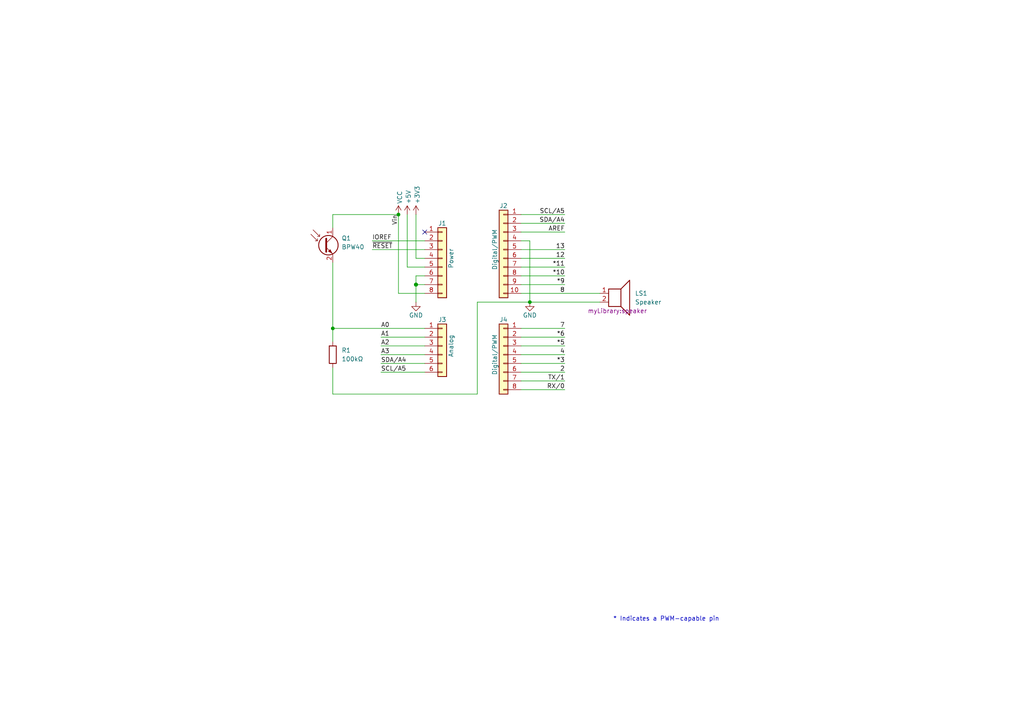
<source format=kicad_sch>
(kicad_sch
	(version 20231120)
	(generator "eeschema")
	(generator_version "8.0")
	(uuid "e63e39d7-6ac0-4ffd-8aa3-1841a4541b55")
	(paper "A4")
	(title_block
		(date "mar. 31 mars 2015")
	)
	(lib_symbols
		(symbol "Connector_Generic:Conn_01x06"
			(pin_names
				(offset 1.016) hide)
			(exclude_from_sim no)
			(in_bom yes)
			(on_board yes)
			(property "Reference" "J"
				(at 0 7.62 0)
				(effects
					(font
						(size 1.27 1.27)
					)
				)
			)
			(property "Value" "Conn_01x06"
				(at 0 -10.16 0)
				(effects
					(font
						(size 1.27 1.27)
					)
				)
			)
			(property "Footprint" ""
				(at 0 0 0)
				(effects
					(font
						(size 1.27 1.27)
					)
					(hide yes)
				)
			)
			(property "Datasheet" "~"
				(at 0 0 0)
				(effects
					(font
						(size 1.27 1.27)
					)
					(hide yes)
				)
			)
			(property "Description" "Generic connector, single row, 01x06, script generated (kicad-library-utils/schlib/autogen/connector/)"
				(at 0 0 0)
				(effects
					(font
						(size 1.27 1.27)
					)
					(hide yes)
				)
			)
			(property "ki_keywords" "connector"
				(at 0 0 0)
				(effects
					(font
						(size 1.27 1.27)
					)
					(hide yes)
				)
			)
			(property "ki_fp_filters" "Connector*:*_1x??_*"
				(at 0 0 0)
				(effects
					(font
						(size 1.27 1.27)
					)
					(hide yes)
				)
			)
			(symbol "Conn_01x06_1_1"
				(rectangle
					(start -1.27 -7.493)
					(end 0 -7.747)
					(stroke
						(width 0.1524)
						(type default)
					)
					(fill
						(type none)
					)
				)
				(rectangle
					(start -1.27 -4.953)
					(end 0 -5.207)
					(stroke
						(width 0.1524)
						(type default)
					)
					(fill
						(type none)
					)
				)
				(rectangle
					(start -1.27 -2.413)
					(end 0 -2.667)
					(stroke
						(width 0.1524)
						(type default)
					)
					(fill
						(type none)
					)
				)
				(rectangle
					(start -1.27 0.127)
					(end 0 -0.127)
					(stroke
						(width 0.1524)
						(type default)
					)
					(fill
						(type none)
					)
				)
				(rectangle
					(start -1.27 2.667)
					(end 0 2.413)
					(stroke
						(width 0.1524)
						(type default)
					)
					(fill
						(type none)
					)
				)
				(rectangle
					(start -1.27 5.207)
					(end 0 4.953)
					(stroke
						(width 0.1524)
						(type default)
					)
					(fill
						(type none)
					)
				)
				(rectangle
					(start -1.27 6.35)
					(end 1.27 -8.89)
					(stroke
						(width 0.254)
						(type default)
					)
					(fill
						(type background)
					)
				)
				(pin passive line
					(at -5.08 5.08 0)
					(length 3.81)
					(name "Pin_1"
						(effects
							(font
								(size 1.27 1.27)
							)
						)
					)
					(number "1"
						(effects
							(font
								(size 1.27 1.27)
							)
						)
					)
				)
				(pin passive line
					(at -5.08 2.54 0)
					(length 3.81)
					(name "Pin_2"
						(effects
							(font
								(size 1.27 1.27)
							)
						)
					)
					(number "2"
						(effects
							(font
								(size 1.27 1.27)
							)
						)
					)
				)
				(pin passive line
					(at -5.08 0 0)
					(length 3.81)
					(name "Pin_3"
						(effects
							(font
								(size 1.27 1.27)
							)
						)
					)
					(number "3"
						(effects
							(font
								(size 1.27 1.27)
							)
						)
					)
				)
				(pin passive line
					(at -5.08 -2.54 0)
					(length 3.81)
					(name "Pin_4"
						(effects
							(font
								(size 1.27 1.27)
							)
						)
					)
					(number "4"
						(effects
							(font
								(size 1.27 1.27)
							)
						)
					)
				)
				(pin passive line
					(at -5.08 -5.08 0)
					(length 3.81)
					(name "Pin_5"
						(effects
							(font
								(size 1.27 1.27)
							)
						)
					)
					(number "5"
						(effects
							(font
								(size 1.27 1.27)
							)
						)
					)
				)
				(pin passive line
					(at -5.08 -7.62 0)
					(length 3.81)
					(name "Pin_6"
						(effects
							(font
								(size 1.27 1.27)
							)
						)
					)
					(number "6"
						(effects
							(font
								(size 1.27 1.27)
							)
						)
					)
				)
			)
		)
		(symbol "Connector_Generic:Conn_01x08"
			(pin_names
				(offset 1.016) hide)
			(exclude_from_sim no)
			(in_bom yes)
			(on_board yes)
			(property "Reference" "J"
				(at 0 10.16 0)
				(effects
					(font
						(size 1.27 1.27)
					)
				)
			)
			(property "Value" "Conn_01x08"
				(at 0 -12.7 0)
				(effects
					(font
						(size 1.27 1.27)
					)
				)
			)
			(property "Footprint" ""
				(at 0 0 0)
				(effects
					(font
						(size 1.27 1.27)
					)
					(hide yes)
				)
			)
			(property "Datasheet" "~"
				(at 0 0 0)
				(effects
					(font
						(size 1.27 1.27)
					)
					(hide yes)
				)
			)
			(property "Description" "Generic connector, single row, 01x08, script generated (kicad-library-utils/schlib/autogen/connector/)"
				(at 0 0 0)
				(effects
					(font
						(size 1.27 1.27)
					)
					(hide yes)
				)
			)
			(property "ki_keywords" "connector"
				(at 0 0 0)
				(effects
					(font
						(size 1.27 1.27)
					)
					(hide yes)
				)
			)
			(property "ki_fp_filters" "Connector*:*_1x??_*"
				(at 0 0 0)
				(effects
					(font
						(size 1.27 1.27)
					)
					(hide yes)
				)
			)
			(symbol "Conn_01x08_1_1"
				(rectangle
					(start -1.27 -10.033)
					(end 0 -10.287)
					(stroke
						(width 0.1524)
						(type default)
					)
					(fill
						(type none)
					)
				)
				(rectangle
					(start -1.27 -7.493)
					(end 0 -7.747)
					(stroke
						(width 0.1524)
						(type default)
					)
					(fill
						(type none)
					)
				)
				(rectangle
					(start -1.27 -4.953)
					(end 0 -5.207)
					(stroke
						(width 0.1524)
						(type default)
					)
					(fill
						(type none)
					)
				)
				(rectangle
					(start -1.27 -2.413)
					(end 0 -2.667)
					(stroke
						(width 0.1524)
						(type default)
					)
					(fill
						(type none)
					)
				)
				(rectangle
					(start -1.27 0.127)
					(end 0 -0.127)
					(stroke
						(width 0.1524)
						(type default)
					)
					(fill
						(type none)
					)
				)
				(rectangle
					(start -1.27 2.667)
					(end 0 2.413)
					(stroke
						(width 0.1524)
						(type default)
					)
					(fill
						(type none)
					)
				)
				(rectangle
					(start -1.27 5.207)
					(end 0 4.953)
					(stroke
						(width 0.1524)
						(type default)
					)
					(fill
						(type none)
					)
				)
				(rectangle
					(start -1.27 7.747)
					(end 0 7.493)
					(stroke
						(width 0.1524)
						(type default)
					)
					(fill
						(type none)
					)
				)
				(rectangle
					(start -1.27 8.89)
					(end 1.27 -11.43)
					(stroke
						(width 0.254)
						(type default)
					)
					(fill
						(type background)
					)
				)
				(pin passive line
					(at -5.08 7.62 0)
					(length 3.81)
					(name "Pin_1"
						(effects
							(font
								(size 1.27 1.27)
							)
						)
					)
					(number "1"
						(effects
							(font
								(size 1.27 1.27)
							)
						)
					)
				)
				(pin passive line
					(at -5.08 5.08 0)
					(length 3.81)
					(name "Pin_2"
						(effects
							(font
								(size 1.27 1.27)
							)
						)
					)
					(number "2"
						(effects
							(font
								(size 1.27 1.27)
							)
						)
					)
				)
				(pin passive line
					(at -5.08 2.54 0)
					(length 3.81)
					(name "Pin_3"
						(effects
							(font
								(size 1.27 1.27)
							)
						)
					)
					(number "3"
						(effects
							(font
								(size 1.27 1.27)
							)
						)
					)
				)
				(pin passive line
					(at -5.08 0 0)
					(length 3.81)
					(name "Pin_4"
						(effects
							(font
								(size 1.27 1.27)
							)
						)
					)
					(number "4"
						(effects
							(font
								(size 1.27 1.27)
							)
						)
					)
				)
				(pin passive line
					(at -5.08 -2.54 0)
					(length 3.81)
					(name "Pin_5"
						(effects
							(font
								(size 1.27 1.27)
							)
						)
					)
					(number "5"
						(effects
							(font
								(size 1.27 1.27)
							)
						)
					)
				)
				(pin passive line
					(at -5.08 -5.08 0)
					(length 3.81)
					(name "Pin_6"
						(effects
							(font
								(size 1.27 1.27)
							)
						)
					)
					(number "6"
						(effects
							(font
								(size 1.27 1.27)
							)
						)
					)
				)
				(pin passive line
					(at -5.08 -7.62 0)
					(length 3.81)
					(name "Pin_7"
						(effects
							(font
								(size 1.27 1.27)
							)
						)
					)
					(number "7"
						(effects
							(font
								(size 1.27 1.27)
							)
						)
					)
				)
				(pin passive line
					(at -5.08 -10.16 0)
					(length 3.81)
					(name "Pin_8"
						(effects
							(font
								(size 1.27 1.27)
							)
						)
					)
					(number "8"
						(effects
							(font
								(size 1.27 1.27)
							)
						)
					)
				)
			)
		)
		(symbol "Connector_Generic:Conn_01x10"
			(pin_names
				(offset 1.016) hide)
			(exclude_from_sim no)
			(in_bom yes)
			(on_board yes)
			(property "Reference" "J"
				(at 0 12.7 0)
				(effects
					(font
						(size 1.27 1.27)
					)
				)
			)
			(property "Value" "Conn_01x10"
				(at 0 -15.24 0)
				(effects
					(font
						(size 1.27 1.27)
					)
				)
			)
			(property "Footprint" ""
				(at 0 0 0)
				(effects
					(font
						(size 1.27 1.27)
					)
					(hide yes)
				)
			)
			(property "Datasheet" "~"
				(at 0 0 0)
				(effects
					(font
						(size 1.27 1.27)
					)
					(hide yes)
				)
			)
			(property "Description" "Generic connector, single row, 01x10, script generated (kicad-library-utils/schlib/autogen/connector/)"
				(at 0 0 0)
				(effects
					(font
						(size 1.27 1.27)
					)
					(hide yes)
				)
			)
			(property "ki_keywords" "connector"
				(at 0 0 0)
				(effects
					(font
						(size 1.27 1.27)
					)
					(hide yes)
				)
			)
			(property "ki_fp_filters" "Connector*:*_1x??_*"
				(at 0 0 0)
				(effects
					(font
						(size 1.27 1.27)
					)
					(hide yes)
				)
			)
			(symbol "Conn_01x10_1_1"
				(rectangle
					(start -1.27 -12.573)
					(end 0 -12.827)
					(stroke
						(width 0.1524)
						(type default)
					)
					(fill
						(type none)
					)
				)
				(rectangle
					(start -1.27 -10.033)
					(end 0 -10.287)
					(stroke
						(width 0.1524)
						(type default)
					)
					(fill
						(type none)
					)
				)
				(rectangle
					(start -1.27 -7.493)
					(end 0 -7.747)
					(stroke
						(width 0.1524)
						(type default)
					)
					(fill
						(type none)
					)
				)
				(rectangle
					(start -1.27 -4.953)
					(end 0 -5.207)
					(stroke
						(width 0.1524)
						(type default)
					)
					(fill
						(type none)
					)
				)
				(rectangle
					(start -1.27 -2.413)
					(end 0 -2.667)
					(stroke
						(width 0.1524)
						(type default)
					)
					(fill
						(type none)
					)
				)
				(rectangle
					(start -1.27 0.127)
					(end 0 -0.127)
					(stroke
						(width 0.1524)
						(type default)
					)
					(fill
						(type none)
					)
				)
				(rectangle
					(start -1.27 2.667)
					(end 0 2.413)
					(stroke
						(width 0.1524)
						(type default)
					)
					(fill
						(type none)
					)
				)
				(rectangle
					(start -1.27 5.207)
					(end 0 4.953)
					(stroke
						(width 0.1524)
						(type default)
					)
					(fill
						(type none)
					)
				)
				(rectangle
					(start -1.27 7.747)
					(end 0 7.493)
					(stroke
						(width 0.1524)
						(type default)
					)
					(fill
						(type none)
					)
				)
				(rectangle
					(start -1.27 10.287)
					(end 0 10.033)
					(stroke
						(width 0.1524)
						(type default)
					)
					(fill
						(type none)
					)
				)
				(rectangle
					(start -1.27 11.43)
					(end 1.27 -13.97)
					(stroke
						(width 0.254)
						(type default)
					)
					(fill
						(type background)
					)
				)
				(pin passive line
					(at -5.08 10.16 0)
					(length 3.81)
					(name "Pin_1"
						(effects
							(font
								(size 1.27 1.27)
							)
						)
					)
					(number "1"
						(effects
							(font
								(size 1.27 1.27)
							)
						)
					)
				)
				(pin passive line
					(at -5.08 -12.7 0)
					(length 3.81)
					(name "Pin_10"
						(effects
							(font
								(size 1.27 1.27)
							)
						)
					)
					(number "10"
						(effects
							(font
								(size 1.27 1.27)
							)
						)
					)
				)
				(pin passive line
					(at -5.08 7.62 0)
					(length 3.81)
					(name "Pin_2"
						(effects
							(font
								(size 1.27 1.27)
							)
						)
					)
					(number "2"
						(effects
							(font
								(size 1.27 1.27)
							)
						)
					)
				)
				(pin passive line
					(at -5.08 5.08 0)
					(length 3.81)
					(name "Pin_3"
						(effects
							(font
								(size 1.27 1.27)
							)
						)
					)
					(number "3"
						(effects
							(font
								(size 1.27 1.27)
							)
						)
					)
				)
				(pin passive line
					(at -5.08 2.54 0)
					(length 3.81)
					(name "Pin_4"
						(effects
							(font
								(size 1.27 1.27)
							)
						)
					)
					(number "4"
						(effects
							(font
								(size 1.27 1.27)
							)
						)
					)
				)
				(pin passive line
					(at -5.08 0 0)
					(length 3.81)
					(name "Pin_5"
						(effects
							(font
								(size 1.27 1.27)
							)
						)
					)
					(number "5"
						(effects
							(font
								(size 1.27 1.27)
							)
						)
					)
				)
				(pin passive line
					(at -5.08 -2.54 0)
					(length 3.81)
					(name "Pin_6"
						(effects
							(font
								(size 1.27 1.27)
							)
						)
					)
					(number "6"
						(effects
							(font
								(size 1.27 1.27)
							)
						)
					)
				)
				(pin passive line
					(at -5.08 -5.08 0)
					(length 3.81)
					(name "Pin_7"
						(effects
							(font
								(size 1.27 1.27)
							)
						)
					)
					(number "7"
						(effects
							(font
								(size 1.27 1.27)
							)
						)
					)
				)
				(pin passive line
					(at -5.08 -7.62 0)
					(length 3.81)
					(name "Pin_8"
						(effects
							(font
								(size 1.27 1.27)
							)
						)
					)
					(number "8"
						(effects
							(font
								(size 1.27 1.27)
							)
						)
					)
				)
				(pin passive line
					(at -5.08 -10.16 0)
					(length 3.81)
					(name "Pin_9"
						(effects
							(font
								(size 1.27 1.27)
							)
						)
					)
					(number "9"
						(effects
							(font
								(size 1.27 1.27)
							)
						)
					)
				)
			)
		)
		(symbol "Device:R"
			(pin_numbers hide)
			(pin_names
				(offset 0)
			)
			(exclude_from_sim no)
			(in_bom yes)
			(on_board yes)
			(property "Reference" "R"
				(at 2.032 0 90)
				(effects
					(font
						(size 1.27 1.27)
					)
				)
			)
			(property "Value" "R"
				(at 0 0 90)
				(effects
					(font
						(size 1.27 1.27)
					)
				)
			)
			(property "Footprint" ""
				(at -1.778 0 90)
				(effects
					(font
						(size 1.27 1.27)
					)
					(hide yes)
				)
			)
			(property "Datasheet" "~"
				(at 0 0 0)
				(effects
					(font
						(size 1.27 1.27)
					)
					(hide yes)
				)
			)
			(property "Description" "Resistor"
				(at 0 0 0)
				(effects
					(font
						(size 1.27 1.27)
					)
					(hide yes)
				)
			)
			(property "ki_keywords" "R res resistor"
				(at 0 0 0)
				(effects
					(font
						(size 1.27 1.27)
					)
					(hide yes)
				)
			)
			(property "ki_fp_filters" "R_*"
				(at 0 0 0)
				(effects
					(font
						(size 1.27 1.27)
					)
					(hide yes)
				)
			)
			(symbol "R_0_1"
				(rectangle
					(start -1.016 -2.54)
					(end 1.016 2.54)
					(stroke
						(width 0.254)
						(type default)
					)
					(fill
						(type none)
					)
				)
			)
			(symbol "R_1_1"
				(pin passive line
					(at 0 3.81 270)
					(length 1.27)
					(name "~"
						(effects
							(font
								(size 1.27 1.27)
							)
						)
					)
					(number "1"
						(effects
							(font
								(size 1.27 1.27)
							)
						)
					)
				)
				(pin passive line
					(at 0 -3.81 90)
					(length 1.27)
					(name "~"
						(effects
							(font
								(size 1.27 1.27)
							)
						)
					)
					(number "2"
						(effects
							(font
								(size 1.27 1.27)
							)
						)
					)
				)
			)
		)
		(symbol "Device:Speaker"
			(pin_names
				(offset 0) hide)
			(exclude_from_sim no)
			(in_bom yes)
			(on_board yes)
			(property "Reference" "LS"
				(at 1.27 5.715 0)
				(effects
					(font
						(size 1.27 1.27)
					)
					(justify right)
				)
			)
			(property "Value" "Speaker"
				(at 1.27 3.81 0)
				(effects
					(font
						(size 1.27 1.27)
					)
					(justify right)
				)
			)
			(property "Footprint" ""
				(at 0 -5.08 0)
				(effects
					(font
						(size 1.27 1.27)
					)
					(hide yes)
				)
			)
			(property "Datasheet" "~"
				(at -0.254 -1.27 0)
				(effects
					(font
						(size 1.27 1.27)
					)
					(hide yes)
				)
			)
			(property "Description" "Speaker"
				(at 0 0 0)
				(effects
					(font
						(size 1.27 1.27)
					)
					(hide yes)
				)
			)
			(property "ki_keywords" "speaker sound"
				(at 0 0 0)
				(effects
					(font
						(size 1.27 1.27)
					)
					(hide yes)
				)
			)
			(symbol "Speaker_0_0"
				(rectangle
					(start -2.54 1.27)
					(end 1.016 -3.81)
					(stroke
						(width 0.254)
						(type default)
					)
					(fill
						(type none)
					)
				)
				(polyline
					(pts
						(xy 1.016 1.27) (xy 3.556 3.81) (xy 3.556 -6.35) (xy 1.016 -3.81)
					)
					(stroke
						(width 0.254)
						(type default)
					)
					(fill
						(type none)
					)
				)
			)
			(symbol "Speaker_1_1"
				(pin input line
					(at -5.08 0 0)
					(length 2.54)
					(name "1"
						(effects
							(font
								(size 1.27 1.27)
							)
						)
					)
					(number "1"
						(effects
							(font
								(size 1.27 1.27)
							)
						)
					)
				)
				(pin input line
					(at -5.08 -2.54 0)
					(length 2.54)
					(name "2"
						(effects
							(font
								(size 1.27 1.27)
							)
						)
					)
					(number "2"
						(effects
							(font
								(size 1.27 1.27)
							)
						)
					)
				)
			)
		)
		(symbol "Sensor_Optical:BPW40"
			(pin_names
				(offset 0) hide)
			(exclude_from_sim no)
			(in_bom yes)
			(on_board yes)
			(property "Reference" "Q"
				(at 5.08 1.27 0)
				(effects
					(font
						(size 1.27 1.27)
					)
					(justify left)
				)
			)
			(property "Value" "BPW40"
				(at 5.08 -1.27 0)
				(effects
					(font
						(size 1.27 1.27)
					)
					(justify left)
				)
			)
			(property "Footprint" "LED_THT:LED_D5.0mm_Clear"
				(at 12.192 -3.556 0)
				(effects
					(font
						(size 1.27 1.27)
					)
					(hide yes)
				)
			)
			(property "Datasheet" "https://www.rcscomponents.kiev.ua/datasheets/bpw40.pdf"
				(at 0 0 0)
				(effects
					(font
						(size 1.27 1.27)
					)
					(hide yes)
				)
			)
			(property "Description" "Phototransistor NPN"
				(at 0 0 0)
				(effects
					(font
						(size 1.27 1.27)
					)
					(hide yes)
				)
			)
			(property "ki_keywords" "npn phototransistor"
				(at 0 0 0)
				(effects
					(font
						(size 1.27 1.27)
					)
					(hide yes)
				)
			)
			(property "ki_fp_filters" "LED*D5.0mm*Clear*"
				(at 0 0 0)
				(effects
					(font
						(size 1.27 1.27)
					)
					(hide yes)
				)
			)
			(symbol "BPW40_0_1"
				(polyline
					(pts
						(xy -1.905 1.27) (xy -2.54 1.27)
					)
					(stroke
						(width 0)
						(type default)
					)
					(fill
						(type none)
					)
				)
				(polyline
					(pts
						(xy -1.27 2.54) (xy -1.905 2.54)
					)
					(stroke
						(width 0)
						(type default)
					)
					(fill
						(type none)
					)
				)
				(polyline
					(pts
						(xy 0.635 0.635) (xy 2.54 2.54)
					)
					(stroke
						(width 0)
						(type default)
					)
					(fill
						(type none)
					)
				)
				(polyline
					(pts
						(xy -3.81 3.175) (xy -1.905 1.27) (xy -1.905 1.905)
					)
					(stroke
						(width 0)
						(type default)
					)
					(fill
						(type none)
					)
				)
				(polyline
					(pts
						(xy -3.175 4.445) (xy -1.27 2.54) (xy -1.27 3.175)
					)
					(stroke
						(width 0)
						(type default)
					)
					(fill
						(type none)
					)
				)
				(polyline
					(pts
						(xy 0.635 -0.635) (xy 2.54 -2.54) (xy 2.54 -2.54)
					)
					(stroke
						(width 0)
						(type default)
					)
					(fill
						(type none)
					)
				)
				(polyline
					(pts
						(xy 0.635 1.905) (xy 0.635 -1.905) (xy 0.635 -1.905)
					)
					(stroke
						(width 0.508)
						(type default)
					)
					(fill
						(type none)
					)
				)
				(polyline
					(pts
						(xy 1.27 -1.778) (xy 1.778 -1.27) (xy 2.286 -2.286) (xy 1.27 -1.778) (xy 1.27 -1.778)
					)
					(stroke
						(width 0)
						(type default)
					)
					(fill
						(type outline)
					)
				)
				(circle
					(center 1.27 0)
					(radius 2.8194)
					(stroke
						(width 0.254)
						(type default)
					)
					(fill
						(type none)
					)
				)
			)
			(symbol "BPW40_1_1"
				(pin passive line
					(at 2.54 5.08 270)
					(length 2.54)
					(name "C"
						(effects
							(font
								(size 1.27 1.27)
							)
						)
					)
					(number "1"
						(effects
							(font
								(size 1.27 1.27)
							)
						)
					)
				)
				(pin passive line
					(at 2.54 -5.08 90)
					(length 2.54)
					(name "E"
						(effects
							(font
								(size 1.27 1.27)
							)
						)
					)
					(number "2"
						(effects
							(font
								(size 1.27 1.27)
							)
						)
					)
				)
			)
		)
		(symbol "power:+3V3"
			(power)
			(pin_names
				(offset 0)
			)
			(exclude_from_sim no)
			(in_bom yes)
			(on_board yes)
			(property "Reference" "#PWR"
				(at 0 -3.81 0)
				(effects
					(font
						(size 1.27 1.27)
					)
					(hide yes)
				)
			)
			(property "Value" "+3V3"
				(at 0 3.556 0)
				(effects
					(font
						(size 1.27 1.27)
					)
				)
			)
			(property "Footprint" ""
				(at 0 0 0)
				(effects
					(font
						(size 1.27 1.27)
					)
					(hide yes)
				)
			)
			(property "Datasheet" ""
				(at 0 0 0)
				(effects
					(font
						(size 1.27 1.27)
					)
					(hide yes)
				)
			)
			(property "Description" "Power symbol creates a global label with name \"+3V3\""
				(at 0 0 0)
				(effects
					(font
						(size 1.27 1.27)
					)
					(hide yes)
				)
			)
			(property "ki_keywords" "power-flag"
				(at 0 0 0)
				(effects
					(font
						(size 1.27 1.27)
					)
					(hide yes)
				)
			)
			(symbol "+3V3_0_1"
				(polyline
					(pts
						(xy -0.762 1.27) (xy 0 2.54)
					)
					(stroke
						(width 0)
						(type default)
					)
					(fill
						(type none)
					)
				)
				(polyline
					(pts
						(xy 0 0) (xy 0 2.54)
					)
					(stroke
						(width 0)
						(type default)
					)
					(fill
						(type none)
					)
				)
				(polyline
					(pts
						(xy 0 2.54) (xy 0.762 1.27)
					)
					(stroke
						(width 0)
						(type default)
					)
					(fill
						(type none)
					)
				)
			)
			(symbol "+3V3_1_1"
				(pin power_in line
					(at 0 0 90)
					(length 0) hide
					(name "+3V3"
						(effects
							(font
								(size 1.27 1.27)
							)
						)
					)
					(number "1"
						(effects
							(font
								(size 1.27 1.27)
							)
						)
					)
				)
			)
		)
		(symbol "power:+5V"
			(power)
			(pin_names
				(offset 0)
			)
			(exclude_from_sim no)
			(in_bom yes)
			(on_board yes)
			(property "Reference" "#PWR"
				(at 0 -3.81 0)
				(effects
					(font
						(size 1.27 1.27)
					)
					(hide yes)
				)
			)
			(property "Value" "+5V"
				(at 0 3.556 0)
				(effects
					(font
						(size 1.27 1.27)
					)
				)
			)
			(property "Footprint" ""
				(at 0 0 0)
				(effects
					(font
						(size 1.27 1.27)
					)
					(hide yes)
				)
			)
			(property "Datasheet" ""
				(at 0 0 0)
				(effects
					(font
						(size 1.27 1.27)
					)
					(hide yes)
				)
			)
			(property "Description" "Power symbol creates a global label with name \"+5V\""
				(at 0 0 0)
				(effects
					(font
						(size 1.27 1.27)
					)
					(hide yes)
				)
			)
			(property "ki_keywords" "power-flag"
				(at 0 0 0)
				(effects
					(font
						(size 1.27 1.27)
					)
					(hide yes)
				)
			)
			(symbol "+5V_0_1"
				(polyline
					(pts
						(xy -0.762 1.27) (xy 0 2.54)
					)
					(stroke
						(width 0)
						(type default)
					)
					(fill
						(type none)
					)
				)
				(polyline
					(pts
						(xy 0 0) (xy 0 2.54)
					)
					(stroke
						(width 0)
						(type default)
					)
					(fill
						(type none)
					)
				)
				(polyline
					(pts
						(xy 0 2.54) (xy 0.762 1.27)
					)
					(stroke
						(width 0)
						(type default)
					)
					(fill
						(type none)
					)
				)
			)
			(symbol "+5V_1_1"
				(pin power_in line
					(at 0 0 90)
					(length 0) hide
					(name "+5V"
						(effects
							(font
								(size 1.27 1.27)
							)
						)
					)
					(number "1"
						(effects
							(font
								(size 1.27 1.27)
							)
						)
					)
				)
			)
		)
		(symbol "power:GND"
			(power)
			(pin_names
				(offset 0)
			)
			(exclude_from_sim no)
			(in_bom yes)
			(on_board yes)
			(property "Reference" "#PWR"
				(at 0 -6.35 0)
				(effects
					(font
						(size 1.27 1.27)
					)
					(hide yes)
				)
			)
			(property "Value" "GND"
				(at 0 -3.81 0)
				(effects
					(font
						(size 1.27 1.27)
					)
				)
			)
			(property "Footprint" ""
				(at 0 0 0)
				(effects
					(font
						(size 1.27 1.27)
					)
					(hide yes)
				)
			)
			(property "Datasheet" ""
				(at 0 0 0)
				(effects
					(font
						(size 1.27 1.27)
					)
					(hide yes)
				)
			)
			(property "Description" "Power symbol creates a global label with name \"GND\" , ground"
				(at 0 0 0)
				(effects
					(font
						(size 1.27 1.27)
					)
					(hide yes)
				)
			)
			(property "ki_keywords" "power-flag"
				(at 0 0 0)
				(effects
					(font
						(size 1.27 1.27)
					)
					(hide yes)
				)
			)
			(symbol "GND_0_1"
				(polyline
					(pts
						(xy 0 0) (xy 0 -1.27) (xy 1.27 -1.27) (xy 0 -2.54) (xy -1.27 -1.27) (xy 0 -1.27)
					)
					(stroke
						(width 0)
						(type default)
					)
					(fill
						(type none)
					)
				)
			)
			(symbol "GND_1_1"
				(pin power_in line
					(at 0 0 270)
					(length 0) hide
					(name "GND"
						(effects
							(font
								(size 1.27 1.27)
							)
						)
					)
					(number "1"
						(effects
							(font
								(size 1.27 1.27)
							)
						)
					)
				)
			)
		)
		(symbol "power:VCC"
			(power)
			(pin_names
				(offset 0)
			)
			(exclude_from_sim no)
			(in_bom yes)
			(on_board yes)
			(property "Reference" "#PWR"
				(at 0 -3.81 0)
				(effects
					(font
						(size 1.27 1.27)
					)
					(hide yes)
				)
			)
			(property "Value" "VCC"
				(at 0 3.81 0)
				(effects
					(font
						(size 1.27 1.27)
					)
				)
			)
			(property "Footprint" ""
				(at 0 0 0)
				(effects
					(font
						(size 1.27 1.27)
					)
					(hide yes)
				)
			)
			(property "Datasheet" ""
				(at 0 0 0)
				(effects
					(font
						(size 1.27 1.27)
					)
					(hide yes)
				)
			)
			(property "Description" "Power symbol creates a global label with name \"VCC\""
				(at 0 0 0)
				(effects
					(font
						(size 1.27 1.27)
					)
					(hide yes)
				)
			)
			(property "ki_keywords" "power-flag"
				(at 0 0 0)
				(effects
					(font
						(size 1.27 1.27)
					)
					(hide yes)
				)
			)
			(symbol "VCC_0_1"
				(polyline
					(pts
						(xy -0.762 1.27) (xy 0 2.54)
					)
					(stroke
						(width 0)
						(type default)
					)
					(fill
						(type none)
					)
				)
				(polyline
					(pts
						(xy 0 0) (xy 0 2.54)
					)
					(stroke
						(width 0)
						(type default)
					)
					(fill
						(type none)
					)
				)
				(polyline
					(pts
						(xy 0 2.54) (xy 0.762 1.27)
					)
					(stroke
						(width 0)
						(type default)
					)
					(fill
						(type none)
					)
				)
			)
			(symbol "VCC_1_1"
				(pin power_in line
					(at 0 0 90)
					(length 0) hide
					(name "VCC"
						(effects
							(font
								(size 1.27 1.27)
							)
						)
					)
					(number "1"
						(effects
							(font
								(size 1.27 1.27)
							)
						)
					)
				)
			)
		)
	)
	(junction
		(at 120.65 82.55)
		(diameter 1.016)
		(color 0 0 0 0)
		(uuid "3dcc657b-55a1-48e0-9667-e01e7b6b08b5")
	)
	(junction
		(at 153.67 87.63)
		(diameter 0)
		(color 0 0 0 0)
		(uuid "711e7999-f0da-4bf6-9c3c-e50789518c2b")
	)
	(junction
		(at 115.57 62.23)
		(diameter 0)
		(color 0 0 0 0)
		(uuid "a7d5d753-d425-4418-959e-5cff32e3bc36")
	)
	(junction
		(at 96.52 95.25)
		(diameter 0)
		(color 0 0 0 0)
		(uuid "c137970d-0262-4dbc-96ab-404868190360")
	)
	(no_connect
		(at 123.19 67.31)
		(uuid "d181157c-7812-47e5-a0cf-9580c905fc86")
	)
	(wire
		(pts
			(xy 151.13 113.03) (xy 163.83 113.03)
		)
		(stroke
			(width 0)
			(type solid)
		)
		(uuid "010ba307-2067-49d3-b0fa-6414143f3fc2")
	)
	(wire
		(pts
			(xy 151.13 80.01) (xy 163.83 80.01)
		)
		(stroke
			(width 0)
			(type solid)
		)
		(uuid "09480ba4-37da-45e3-b9fe-6beebf876349")
	)
	(wire
		(pts
			(xy 96.52 114.3) (xy 138.43 114.3)
		)
		(stroke
			(width 0)
			(type default)
		)
		(uuid "09922e73-5493-4565-893f-a9efed2c8384")
	)
	(wire
		(pts
			(xy 96.52 62.23) (xy 96.52 66.04)
		)
		(stroke
			(width 0)
			(type solid)
		)
		(uuid "0c75bf59-3675-4120-8c45-ba22deff9d4e")
	)
	(wire
		(pts
			(xy 151.13 62.23) (xy 163.83 62.23)
		)
		(stroke
			(width 0)
			(type solid)
		)
		(uuid "0f5d2189-4ead-42fa-8f7a-cfa3af4de132")
	)
	(wire
		(pts
			(xy 138.43 87.63) (xy 153.67 87.63)
		)
		(stroke
			(width 0)
			(type default)
		)
		(uuid "122aa0a2-91ab-4fce-8773-d4ef28bae2c4")
	)
	(wire
		(pts
			(xy 120.65 80.01) (xy 120.65 82.55)
		)
		(stroke
			(width 0)
			(type solid)
		)
		(uuid "1c31b835-925f-4a5c-92df-8f2558bb711b")
	)
	(wire
		(pts
			(xy 110.49 107.95) (xy 123.19 107.95)
		)
		(stroke
			(width 0)
			(type solid)
		)
		(uuid "20854542-d0b0-4be7-af02-0e5fceb34e01")
	)
	(wire
		(pts
			(xy 96.52 106.68) (xy 96.52 114.3)
		)
		(stroke
			(width 0)
			(type default)
		)
		(uuid "2925e296-b67f-4425-8d16-07c5a55e6d7f")
	)
	(wire
		(pts
			(xy 96.52 95.25) (xy 96.52 99.06)
		)
		(stroke
			(width 0)
			(type default)
		)
		(uuid "294fa506-51d8-45a2-8057-f1b572c85eba")
	)
	(wire
		(pts
			(xy 120.65 82.55) (xy 120.65 87.63)
		)
		(stroke
			(width 0)
			(type solid)
		)
		(uuid "2df788b2-ce68-49bc-a497-4b6570a17f30")
	)
	(wire
		(pts
			(xy 120.65 74.93) (xy 123.19 74.93)
		)
		(stroke
			(width 0)
			(type solid)
		)
		(uuid "3334b11d-5a13-40b4-a117-d693c543e4ab")
	)
	(wire
		(pts
			(xy 118.11 77.47) (xy 123.19 77.47)
		)
		(stroke
			(width 0)
			(type solid)
		)
		(uuid "3661f80c-fef8-4441-83be-df8930b3b45e")
	)
	(wire
		(pts
			(xy 118.11 62.23) (xy 118.11 77.47)
		)
		(stroke
			(width 0)
			(type solid)
		)
		(uuid "392bf1f6-bf67-427d-8d4c-0a87cb757556")
	)
	(wire
		(pts
			(xy 151.13 72.39) (xy 163.83 72.39)
		)
		(stroke
			(width 0)
			(type solid)
		)
		(uuid "4227fa6f-c399-4f14-8228-23e39d2b7e7d")
	)
	(wire
		(pts
			(xy 120.65 62.23) (xy 120.65 74.93)
		)
		(stroke
			(width 0)
			(type solid)
		)
		(uuid "442fb4de-4d55-45de-bc27-3e6222ceb890")
	)
	(wire
		(pts
			(xy 151.13 95.25) (xy 163.83 95.25)
		)
		(stroke
			(width 0)
			(type solid)
		)
		(uuid "4455ee2e-5642-42c1-a83b-f7e65fa0c2f1")
	)
	(wire
		(pts
			(xy 96.52 95.25) (xy 123.19 95.25)
		)
		(stroke
			(width 0)
			(type solid)
		)
		(uuid "486ca832-85f4-4989-b0f4-569faf9be534")
	)
	(wire
		(pts
			(xy 151.13 74.93) (xy 163.83 74.93)
		)
		(stroke
			(width 0)
			(type solid)
		)
		(uuid "4a910b57-a5cd-4105-ab4f-bde2a80d4f00")
	)
	(wire
		(pts
			(xy 151.13 97.79) (xy 163.83 97.79)
		)
		(stroke
			(width 0)
			(type solid)
		)
		(uuid "4e60e1af-19bd-45a0-b418-b7030b594dde")
	)
	(wire
		(pts
			(xy 151.13 82.55) (xy 163.83 82.55)
		)
		(stroke
			(width 0)
			(type solid)
		)
		(uuid "63f2b71b-521b-4210-bf06-ed65e330fccc")
	)
	(wire
		(pts
			(xy 151.13 102.87) (xy 163.83 102.87)
		)
		(stroke
			(width 0)
			(type solid)
		)
		(uuid "6bb3ea5f-9e60-4add-9d97-244be2cf61d2")
	)
	(wire
		(pts
			(xy 107.95 69.85) (xy 123.19 69.85)
		)
		(stroke
			(width 0)
			(type solid)
		)
		(uuid "73d4774c-1387-4550-b580-a1cc0ac89b89")
	)
	(wire
		(pts
			(xy 151.13 85.09) (xy 173.99 85.09)
		)
		(stroke
			(width 0)
			(type default)
		)
		(uuid "810caabe-841b-4e4f-936c-ee60603d6c4c")
	)
	(wire
		(pts
			(xy 153.67 69.85) (xy 153.67 87.63)
		)
		(stroke
			(width 0)
			(type solid)
		)
		(uuid "84ce350c-b0c1-4e69-9ab2-f7ec7b8bb312")
	)
	(wire
		(pts
			(xy 151.13 67.31) (xy 163.83 67.31)
		)
		(stroke
			(width 0)
			(type solid)
		)
		(uuid "8a3d35a2-f0f6-4dec-a606-7c8e288ca828")
	)
	(wire
		(pts
			(xy 123.19 100.33) (xy 110.49 100.33)
		)
		(stroke
			(width 0)
			(type solid)
		)
		(uuid "9377eb1a-3b12-438c-8ebd-f86ace1e8d25")
	)
	(wire
		(pts
			(xy 107.95 72.39) (xy 123.19 72.39)
		)
		(stroke
			(width 0)
			(type solid)
		)
		(uuid "93e52853-9d1e-4afe-aee8-b825ab9f5d09")
	)
	(wire
		(pts
			(xy 96.52 76.2) (xy 96.52 95.25)
		)
		(stroke
			(width 0)
			(type default)
		)
		(uuid "96d221ad-dc6b-4e75-8132-8d0bbfd2c324")
	)
	(wire
		(pts
			(xy 123.19 82.55) (xy 120.65 82.55)
		)
		(stroke
			(width 0)
			(type solid)
		)
		(uuid "97df9ac9-dbb8-472e-b84f-3684d0eb5efc")
	)
	(wire
		(pts
			(xy 123.19 85.09) (xy 115.57 85.09)
		)
		(stroke
			(width 0)
			(type solid)
		)
		(uuid "a7518f9d-05df-4211-ba17-5d615f04ec46")
	)
	(wire
		(pts
			(xy 110.49 97.79) (xy 123.19 97.79)
		)
		(stroke
			(width 0)
			(type solid)
		)
		(uuid "aab97e46-23d6-4cbf-8684-537b94306d68")
	)
	(wire
		(pts
			(xy 151.13 69.85) (xy 153.67 69.85)
		)
		(stroke
			(width 0)
			(type solid)
		)
		(uuid "bcbc7302-8a54-4b9b-98b9-f277f1b20941")
	)
	(wire
		(pts
			(xy 123.19 80.01) (xy 120.65 80.01)
		)
		(stroke
			(width 0)
			(type solid)
		)
		(uuid "c12796ad-cf20-466f-9ab3-9cf441392c32")
	)
	(wire
		(pts
			(xy 151.13 77.47) (xy 163.83 77.47)
		)
		(stroke
			(width 0)
			(type solid)
		)
		(uuid "c722a1ff-12f1-49e5-88a4-44ffeb509ca2")
	)
	(wire
		(pts
			(xy 115.57 62.23) (xy 96.52 62.23)
		)
		(stroke
			(width 0)
			(type solid)
		)
		(uuid "cd9c1632-bb27-45f4-8068-8ea890a4a28a")
	)
	(wire
		(pts
			(xy 151.13 100.33) (xy 163.83 100.33)
		)
		(stroke
			(width 0)
			(type solid)
		)
		(uuid "cfe99980-2d98-4372-b495-04c53027340b")
	)
	(wire
		(pts
			(xy 153.67 87.63) (xy 173.99 87.63)
		)
		(stroke
			(width 0)
			(type default)
		)
		(uuid "cffbb898-8e58-4fc6-998e-2627f33d7ce6")
	)
	(wire
		(pts
			(xy 110.49 102.87) (xy 123.19 102.87)
		)
		(stroke
			(width 0)
			(type solid)
		)
		(uuid "d3042136-2605-44b2-aebb-5484a9c90933")
	)
	(wire
		(pts
			(xy 151.13 64.77) (xy 163.83 64.77)
		)
		(stroke
			(width 0)
			(type solid)
		)
		(uuid "e7278977-132b-4777-9eb4-7d93363a4379")
	)
	(wire
		(pts
			(xy 151.13 107.95) (xy 163.83 107.95)
		)
		(stroke
			(width 0)
			(type solid)
		)
		(uuid "e9bdd59b-3252-4c44-a357-6fa1af0c210c")
	)
	(wire
		(pts
			(xy 151.13 105.41) (xy 163.83 105.41)
		)
		(stroke
			(width 0)
			(type solid)
		)
		(uuid "ec76dcc9-9949-4dda-bd76-046204829cb4")
	)
	(wire
		(pts
			(xy 138.43 114.3) (xy 138.43 87.63)
		)
		(stroke
			(width 0)
			(type default)
		)
		(uuid "f82c6929-1737-4752-b5f8-23bee94a8df4")
	)
	(wire
		(pts
			(xy 151.13 110.49) (xy 163.83 110.49)
		)
		(stroke
			(width 0)
			(type solid)
		)
		(uuid "f853d1d4-c722-44df-98bf-4a6114204628")
	)
	(wire
		(pts
			(xy 115.57 85.09) (xy 115.57 62.23)
		)
		(stroke
			(width 0)
			(type solid)
		)
		(uuid "f8de70cd-e47d-4e80-8f3a-077e9df93aa8")
	)
	(wire
		(pts
			(xy 123.19 105.41) (xy 110.49 105.41)
		)
		(stroke
			(width 0)
			(type solid)
		)
		(uuid "fc39c32d-65b8-4d16-9db5-de89c54a1206")
	)
	(text "* Indicates a PWM-capable pin"
		(exclude_from_sim no)
		(at 177.8 180.34 0)
		(effects
			(font
				(size 1.27 1.27)
			)
			(justify left bottom)
		)
		(uuid "c364973a-9a67-4667-8185-a3a5c6c6cbdf")
	)
	(label "RX{slash}0"
		(at 163.83 113.03 180)
		(fields_autoplaced yes)
		(effects
			(font
				(size 1.27 1.27)
			)
			(justify right bottom)
		)
		(uuid "01ea9310-cf66-436b-9b89-1a2f4237b59e")
	)
	(label "A2"
		(at 110.49 100.33 0)
		(fields_autoplaced yes)
		(effects
			(font
				(size 1.27 1.27)
			)
			(justify left bottom)
		)
		(uuid "09251fd4-af37-4d86-8951-1faaac710ffa")
	)
	(label "4"
		(at 163.83 102.87 180)
		(fields_autoplaced yes)
		(effects
			(font
				(size 1.27 1.27)
			)
			(justify right bottom)
		)
		(uuid "0d8cfe6d-11bf-42b9-9752-f9a5a76bce7e")
	)
	(label "2"
		(at 163.83 107.95 180)
		(fields_autoplaced yes)
		(effects
			(font
				(size 1.27 1.27)
			)
			(justify right bottom)
		)
		(uuid "23f0c933-49f0-4410-a8db-8b017f48dadc")
	)
	(label "A3"
		(at 110.49 102.87 0)
		(fields_autoplaced yes)
		(effects
			(font
				(size 1.27 1.27)
			)
			(justify left bottom)
		)
		(uuid "2c60ab74-0590-423b-8921-6f3212a358d2")
	)
	(label "13"
		(at 163.83 72.39 180)
		(fields_autoplaced yes)
		(effects
			(font
				(size 1.27 1.27)
			)
			(justify right bottom)
		)
		(uuid "35bc5b35-b7b2-44d5-bbed-557f428649b2")
	)
	(label "12"
		(at 163.83 74.93 180)
		(fields_autoplaced yes)
		(effects
			(font
				(size 1.27 1.27)
			)
			(justify right bottom)
		)
		(uuid "3ffaa3b1-1d78-4c7b-bdf9-f1a8019c92fd")
	)
	(label "~{RESET}"
		(at 107.95 72.39 0)
		(fields_autoplaced yes)
		(effects
			(font
				(size 1.27 1.27)
			)
			(justify left bottom)
		)
		(uuid "49585dba-cfa7-4813-841e-9d900d43ecf4")
	)
	(label "*10"
		(at 163.83 80.01 180)
		(fields_autoplaced yes)
		(effects
			(font
				(size 1.27 1.27)
			)
			(justify right bottom)
		)
		(uuid "54be04e4-fffa-4f7f-8a5f-d0de81314e8f")
	)
	(label "7"
		(at 163.83 95.25 180)
		(fields_autoplaced yes)
		(effects
			(font
				(size 1.27 1.27)
			)
			(justify right bottom)
		)
		(uuid "873d2c88-519e-482f-a3ed-2484e5f9417e")
	)
	(label "SDA{slash}A4"
		(at 163.83 64.77 180)
		(fields_autoplaced yes)
		(effects
			(font
				(size 1.27 1.27)
			)
			(justify right bottom)
		)
		(uuid "8885a9dc-224d-44c5-8601-05c1d9983e09")
	)
	(label "8"
		(at 163.83 85.09 180)
		(fields_autoplaced yes)
		(effects
			(font
				(size 1.27 1.27)
			)
			(justify right bottom)
		)
		(uuid "89b0e564-e7aa-4224-80c9-3f0614fede8f")
	)
	(label "*11"
		(at 163.83 77.47 180)
		(fields_autoplaced yes)
		(effects
			(font
				(size 1.27 1.27)
			)
			(justify right bottom)
		)
		(uuid "9ad5a781-2469-4c8f-8abf-a1c3586f7cb7")
	)
	(label "*3"
		(at 163.83 105.41 180)
		(fields_autoplaced yes)
		(effects
			(font
				(size 1.27 1.27)
			)
			(justify right bottom)
		)
		(uuid "9cccf5f9-68a4-4e61-b418-6185dd6a5f9a")
	)
	(label "A1"
		(at 110.49 97.79 0)
		(fields_autoplaced yes)
		(effects
			(font
				(size 1.27 1.27)
			)
			(justify left bottom)
		)
		(uuid "acc9991b-1bdd-4544-9a08-4037937485cb")
	)
	(label "TX{slash}1"
		(at 163.83 110.49 180)
		(fields_autoplaced yes)
		(effects
			(font
				(size 1.27 1.27)
			)
			(justify right bottom)
		)
		(uuid "ae2c9582-b445-44bd-b371-7fc74f6cf852")
	)
	(label "A0"
		(at 110.49 95.25 0)
		(fields_autoplaced yes)
		(effects
			(font
				(size 1.27 1.27)
			)
			(justify left bottom)
		)
		(uuid "ba02dc27-26a3-4648-b0aa-06b6dcaf001f")
	)
	(label "AREF"
		(at 163.83 67.31 180)
		(fields_autoplaced yes)
		(effects
			(font
				(size 1.27 1.27)
			)
			(justify right bottom)
		)
		(uuid "bbf52cf8-6d97-4499-a9ee-3657cebcdabf")
	)
	(label "Vin"
		(at 115.57 62.23 270)
		(fields_autoplaced yes)
		(effects
			(font
				(size 1.27 1.27)
			)
			(justify right bottom)
		)
		(uuid "c348793d-eec0-4f33-9b91-2cae8b4224a4")
	)
	(label "*6"
		(at 163.83 97.79 180)
		(fields_autoplaced yes)
		(effects
			(font
				(size 1.27 1.27)
			)
			(justify right bottom)
		)
		(uuid "c775d4e8-c37b-4e73-90c1-1c8d36333aac")
	)
	(label "SCL{slash}A5"
		(at 163.83 62.23 180)
		(fields_autoplaced yes)
		(effects
			(font
				(size 1.27 1.27)
			)
			(justify right bottom)
		)
		(uuid "cba886fc-172a-42fe-8e4c-daace6eaef8e")
	)
	(label "*9"
		(at 163.83 82.55 180)
		(fields_autoplaced yes)
		(effects
			(font
				(size 1.27 1.27)
			)
			(justify right bottom)
		)
		(uuid "ccb58899-a82d-403c-b30b-ee351d622e9c")
	)
	(label "*5"
		(at 163.83 100.33 180)
		(fields_autoplaced yes)
		(effects
			(font
				(size 1.27 1.27)
			)
			(justify right bottom)
		)
		(uuid "d9a65242-9c26-45cd-9a55-3e69f0d77784")
	)
	(label "IOREF"
		(at 107.95 69.85 0)
		(fields_autoplaced yes)
		(effects
			(font
				(size 1.27 1.27)
			)
			(justify left bottom)
		)
		(uuid "de819ae4-b245-474b-a426-865ba877b8a2")
	)
	(label "SDA{slash}A4"
		(at 110.49 105.41 0)
		(fields_autoplaced yes)
		(effects
			(font
				(size 1.27 1.27)
			)
			(justify left bottom)
		)
		(uuid "e7ce99b8-ca22-4c56-9e55-39d32c709f3c")
	)
	(label "SCL{slash}A5"
		(at 110.49 107.95 0)
		(fields_autoplaced yes)
		(effects
			(font
				(size 1.27 1.27)
			)
			(justify left bottom)
		)
		(uuid "ea5aa60b-a25e-41a1-9e06-c7b6f957567f")
	)
	(symbol
		(lib_id "Connector_Generic:Conn_01x08")
		(at 128.27 74.93 0)
		(unit 1)
		(exclude_from_sim no)
		(in_bom yes)
		(on_board yes)
		(dnp no)
		(uuid "00000000-0000-0000-0000-000056d71773")
		(property "Reference" "J1"
			(at 128.27 64.77 0)
			(effects
				(font
					(size 1.27 1.27)
				)
			)
		)
		(property "Value" "Power"
			(at 130.81 74.93 90)
			(effects
				(font
					(size 1.27 1.27)
				)
			)
		)
		(property "Footprint" "Connector_PinSocket_2.54mm:PinSocket_1x08_P2.54mm_Vertical"
			(at 128.27 74.93 0)
			(effects
				(font
					(size 1.27 1.27)
				)
				(hide yes)
			)
		)
		(property "Datasheet" ""
			(at 128.27 74.93 0)
			(effects
				(font
					(size 1.27 1.27)
				)
			)
		)
		(property "Description" ""
			(at 128.27 74.93 0)
			(effects
				(font
					(size 1.27 1.27)
				)
				(hide yes)
			)
		)
		(pin "1"
			(uuid "d4c02b7e-3be7-4193-a989-fb40130f3319")
		)
		(pin "2"
			(uuid "1d9f20f8-8d42-4e3d-aece-4c12cc80d0d3")
		)
		(pin "3"
			(uuid "4801b550-c773-45a3-9bc6-15a3e9341f08")
		)
		(pin "4"
			(uuid "fbe5a73e-5be6-45ba-85f2-2891508cd936")
		)
		(pin "5"
			(uuid "8f0d2977-6611-4bfc-9a74-1791861e9159")
		)
		(pin "6"
			(uuid "270f30a7-c159-467b-ab5f-aee66a24a8c7")
		)
		(pin "7"
			(uuid "760eb2a5-8bbd-4298-88f0-2b1528e020ff")
		)
		(pin "8"
			(uuid "6a44a55c-6ae0-4d79-b4a1-52d3e48a7065")
		)
		(instances
			(project "6_light_theremin"
				(path "/e63e39d7-6ac0-4ffd-8aa3-1841a4541b55"
					(reference "J1")
					(unit 1)
				)
			)
		)
	)
	(symbol
		(lib_id "power:+3V3")
		(at 120.65 62.23 0)
		(unit 1)
		(exclude_from_sim no)
		(in_bom yes)
		(on_board yes)
		(dnp no)
		(uuid "00000000-0000-0000-0000-000056d71aa9")
		(property "Reference" "#PWR03"
			(at 120.65 66.04 0)
			(effects
				(font
					(size 1.27 1.27)
				)
				(hide yes)
			)
		)
		(property "Value" "+3V3"
			(at 121.031 59.182 90)
			(effects
				(font
					(size 1.27 1.27)
				)
				(justify left)
			)
		)
		(property "Footprint" ""
			(at 120.65 62.23 0)
			(effects
				(font
					(size 1.27 1.27)
				)
			)
		)
		(property "Datasheet" ""
			(at 120.65 62.23 0)
			(effects
				(font
					(size 1.27 1.27)
				)
			)
		)
		(property "Description" ""
			(at 120.65 62.23 0)
			(effects
				(font
					(size 1.27 1.27)
				)
				(hide yes)
			)
		)
		(pin "1"
			(uuid "25f7f7e2-1fc6-41d8-a14b-2d2742e98c50")
		)
		(instances
			(project "6_light_theremin"
				(path "/e63e39d7-6ac0-4ffd-8aa3-1841a4541b55"
					(reference "#PWR03")
					(unit 1)
				)
			)
		)
	)
	(symbol
		(lib_id "power:+5V")
		(at 118.11 62.23 0)
		(unit 1)
		(exclude_from_sim no)
		(in_bom yes)
		(on_board yes)
		(dnp no)
		(uuid "00000000-0000-0000-0000-000056d71d10")
		(property "Reference" "#PWR02"
			(at 118.11 66.04 0)
			(effects
				(font
					(size 1.27 1.27)
				)
				(hide yes)
			)
		)
		(property "Value" "+5V"
			(at 118.4656 59.182 90)
			(effects
				(font
					(size 1.27 1.27)
				)
				(justify left)
			)
		)
		(property "Footprint" ""
			(at 118.11 62.23 0)
			(effects
				(font
					(size 1.27 1.27)
				)
			)
		)
		(property "Datasheet" ""
			(at 118.11 62.23 0)
			(effects
				(font
					(size 1.27 1.27)
				)
			)
		)
		(property "Description" ""
			(at 118.11 62.23 0)
			(effects
				(font
					(size 1.27 1.27)
				)
				(hide yes)
			)
		)
		(pin "1"
			(uuid "fdd33dcf-399e-4ac6-99f5-9ccff615cf55")
		)
		(instances
			(project "6_light_theremin"
				(path "/e63e39d7-6ac0-4ffd-8aa3-1841a4541b55"
					(reference "#PWR02")
					(unit 1)
				)
			)
		)
	)
	(symbol
		(lib_id "power:GND")
		(at 120.65 87.63 0)
		(unit 1)
		(exclude_from_sim no)
		(in_bom yes)
		(on_board yes)
		(dnp no)
		(uuid "00000000-0000-0000-0000-000056d721e6")
		(property "Reference" "#PWR04"
			(at 120.65 93.98 0)
			(effects
				(font
					(size 1.27 1.27)
				)
				(hide yes)
			)
		)
		(property "Value" "GND"
			(at 120.65 91.44 0)
			(effects
				(font
					(size 1.27 1.27)
				)
			)
		)
		(property "Footprint" ""
			(at 120.65 87.63 0)
			(effects
				(font
					(size 1.27 1.27)
				)
			)
		)
		(property "Datasheet" ""
			(at 120.65 87.63 0)
			(effects
				(font
					(size 1.27 1.27)
				)
			)
		)
		(property "Description" ""
			(at 120.65 87.63 0)
			(effects
				(font
					(size 1.27 1.27)
				)
				(hide yes)
			)
		)
		(pin "1"
			(uuid "87fd47b6-2ebb-4b03-a4f0-be8b5717bf68")
		)
		(instances
			(project "6_light_theremin"
				(path "/e63e39d7-6ac0-4ffd-8aa3-1841a4541b55"
					(reference "#PWR04")
					(unit 1)
				)
			)
		)
	)
	(symbol
		(lib_id "Connector_Generic:Conn_01x10")
		(at 146.05 72.39 0)
		(mirror y)
		(unit 1)
		(exclude_from_sim no)
		(in_bom yes)
		(on_board yes)
		(dnp no)
		(uuid "00000000-0000-0000-0000-000056d72368")
		(property "Reference" "J2"
			(at 146.05 59.69 0)
			(effects
				(font
					(size 1.27 1.27)
				)
			)
		)
		(property "Value" "Digital/PWM"
			(at 143.51 72.39 90)
			(effects
				(font
					(size 1.27 1.27)
				)
			)
		)
		(property "Footprint" "Connector_PinSocket_2.54mm:PinSocket_1x10_P2.54mm_Vertical"
			(at 146.05 72.39 0)
			(effects
				(font
					(size 1.27 1.27)
				)
				(hide yes)
			)
		)
		(property "Datasheet" ""
			(at 146.05 72.39 0)
			(effects
				(font
					(size 1.27 1.27)
				)
			)
		)
		(property "Description" ""
			(at 146.05 72.39 0)
			(effects
				(font
					(size 1.27 1.27)
				)
				(hide yes)
			)
		)
		(pin "1"
			(uuid "479c0210-c5dd-4420-aa63-d8c5247cc255")
		)
		(pin "10"
			(uuid "69b11fa8-6d66-48cf-aa54-1a3009033625")
		)
		(pin "2"
			(uuid "013a3d11-607f-4568-bbac-ce1ce9ce9f7a")
		)
		(pin "3"
			(uuid "92bea09f-8c05-493b-981e-5298e629b225")
		)
		(pin "4"
			(uuid "66c1cab1-9206-4430-914c-14dcf23db70f")
		)
		(pin "5"
			(uuid "e264de4a-49ca-4afe-b718-4f94ad734148")
		)
		(pin "6"
			(uuid "03467115-7f58-481b-9fbc-afb2550dd13c")
		)
		(pin "7"
			(uuid "9aa9dec0-f260-4bba-a6cf-25f804e6b111")
		)
		(pin "8"
			(uuid "a3a57bae-7391-4e6d-b628-e6aff8f8ed86")
		)
		(pin "9"
			(uuid "00a2e9f5-f40a-49ba-91e4-cbef19d3b42b")
		)
		(instances
			(project "6_light_theremin"
				(path "/e63e39d7-6ac0-4ffd-8aa3-1841a4541b55"
					(reference "J2")
					(unit 1)
				)
			)
		)
	)
	(symbol
		(lib_id "power:GND")
		(at 153.67 87.63 0)
		(unit 1)
		(exclude_from_sim no)
		(in_bom yes)
		(on_board yes)
		(dnp no)
		(uuid "00000000-0000-0000-0000-000056d72a3d")
		(property "Reference" "#PWR05"
			(at 153.67 93.98 0)
			(effects
				(font
					(size 1.27 1.27)
				)
				(hide yes)
			)
		)
		(property "Value" "GND"
			(at 153.67 91.44 0)
			(effects
				(font
					(size 1.27 1.27)
				)
			)
		)
		(property "Footprint" ""
			(at 153.67 87.63 0)
			(effects
				(font
					(size 1.27 1.27)
				)
			)
		)
		(property "Datasheet" ""
			(at 153.67 87.63 0)
			(effects
				(font
					(size 1.27 1.27)
				)
			)
		)
		(property "Description" ""
			(at 153.67 87.63 0)
			(effects
				(font
					(size 1.27 1.27)
				)
				(hide yes)
			)
		)
		(pin "1"
			(uuid "dcc7d892-ae5b-4d8f-ab19-e541f0cf0497")
		)
		(instances
			(project "6_light_theremin"
				(path "/e63e39d7-6ac0-4ffd-8aa3-1841a4541b55"
					(reference "#PWR05")
					(unit 1)
				)
			)
		)
	)
	(symbol
		(lib_id "Connector_Generic:Conn_01x06")
		(at 128.27 100.33 0)
		(unit 1)
		(exclude_from_sim no)
		(in_bom yes)
		(on_board yes)
		(dnp no)
		(uuid "00000000-0000-0000-0000-000056d72f1c")
		(property "Reference" "J3"
			(at 128.27 92.71 0)
			(effects
				(font
					(size 1.27 1.27)
				)
			)
		)
		(property "Value" "Analog"
			(at 130.81 100.33 90)
			(effects
				(font
					(size 1.27 1.27)
				)
			)
		)
		(property "Footprint" "Connector_PinSocket_2.54mm:PinSocket_1x06_P2.54mm_Vertical"
			(at 128.27 100.33 0)
			(effects
				(font
					(size 1.27 1.27)
				)
				(hide yes)
			)
		)
		(property "Datasheet" "~"
			(at 128.27 100.33 0)
			(effects
				(font
					(size 1.27 1.27)
				)
				(hide yes)
			)
		)
		(property "Description" ""
			(at 128.27 100.33 0)
			(effects
				(font
					(size 1.27 1.27)
				)
				(hide yes)
			)
		)
		(pin "1"
			(uuid "1e1d0a18-dba5-42d5-95e9-627b560e331d")
		)
		(pin "2"
			(uuid "11423bda-2cc6-48db-b907-033a5ced98b7")
		)
		(pin "3"
			(uuid "20a4b56c-be89-418e-a029-3b98e8beca2b")
		)
		(pin "4"
			(uuid "163db149-f951-4db7-8045-a808c21d7a66")
		)
		(pin "5"
			(uuid "d47b8a11-7971-42ed-a188-2ff9f0b98c7a")
		)
		(pin "6"
			(uuid "57b1224b-fab7-4047-863e-42b792ecf64b")
		)
		(instances
			(project "6_light_theremin"
				(path "/e63e39d7-6ac0-4ffd-8aa3-1841a4541b55"
					(reference "J3")
					(unit 1)
				)
			)
		)
	)
	(symbol
		(lib_id "Connector_Generic:Conn_01x08")
		(at 146.05 102.87 0)
		(mirror y)
		(unit 1)
		(exclude_from_sim no)
		(in_bom yes)
		(on_board yes)
		(dnp no)
		(uuid "00000000-0000-0000-0000-000056d734d0")
		(property "Reference" "J4"
			(at 146.05 92.71 0)
			(effects
				(font
					(size 1.27 1.27)
				)
			)
		)
		(property "Value" "Digital/PWM"
			(at 143.51 102.87 90)
			(effects
				(font
					(size 1.27 1.27)
				)
			)
		)
		(property "Footprint" "Connector_PinSocket_2.54mm:PinSocket_1x08_P2.54mm_Vertical"
			(at 146.05 102.87 0)
			(effects
				(font
					(size 1.27 1.27)
				)
				(hide yes)
			)
		)
		(property "Datasheet" ""
			(at 146.05 102.87 0)
			(effects
				(font
					(size 1.27 1.27)
				)
			)
		)
		(property "Description" ""
			(at 146.05 102.87 0)
			(effects
				(font
					(size 1.27 1.27)
				)
				(hide yes)
			)
		)
		(pin "1"
			(uuid "5381a37b-26e9-4dc5-a1df-d5846cca7e02")
		)
		(pin "2"
			(uuid "a4e4eabd-ecd9-495d-83e1-d1e1e828ff74")
		)
		(pin "3"
			(uuid "b659d690-5ae4-4e88-8049-6e4694137cd1")
		)
		(pin "4"
			(uuid "01e4a515-1e76-4ac0-8443-cb9dae94686e")
		)
		(pin "5"
			(uuid "fadf7cf0-7a5e-4d79-8b36-09596a4f1208")
		)
		(pin "6"
			(uuid "848129ec-e7db-4164-95a7-d7b289ecb7c4")
		)
		(pin "7"
			(uuid "b7a20e44-a4b2-4578-93ae-e5a04c1f0135")
		)
		(pin "8"
			(uuid "c0cfa2f9-a894-4c72-b71e-f8c87c0a0712")
		)
		(instances
			(project "6_light_theremin"
				(path "/e63e39d7-6ac0-4ffd-8aa3-1841a4541b55"
					(reference "J4")
					(unit 1)
				)
			)
		)
	)
	(symbol
		(lib_id "Device:R")
		(at 96.52 102.87 0)
		(unit 1)
		(exclude_from_sim no)
		(in_bom yes)
		(on_board yes)
		(dnp no)
		(fields_autoplaced yes)
		(uuid "03af2246-0c58-450e-a528-d6ab478903a5")
		(property "Reference" "R1"
			(at 99.06 101.5999 0)
			(effects
				(font
					(size 1.27 1.27)
				)
				(justify left)
			)
		)
		(property "Value" "100kΩ"
			(at 99.06 104.1399 0)
			(effects
				(font
					(size 1.27 1.27)
				)
				(justify left)
			)
		)
		(property "Footprint" "Resistor_THT:R_Axial_DIN0207_L6.3mm_D2.5mm_P10.16mm_Horizontal"
			(at 94.742 102.87 90)
			(effects
				(font
					(size 1.27 1.27)
				)
				(hide yes)
			)
		)
		(property "Datasheet" "~"
			(at 96.52 102.87 0)
			(effects
				(font
					(size 1.27 1.27)
				)
				(hide yes)
			)
		)
		(property "Description" "Resistor"
			(at 96.52 102.87 0)
			(effects
				(font
					(size 1.27 1.27)
				)
				(hide yes)
			)
		)
		(pin "1"
			(uuid "0b759f82-7ca0-40be-870f-f5d806867c5d")
		)
		(pin "2"
			(uuid "d6c18392-2da8-4581-a364-fe1cc7084e08")
		)
		(instances
			(project "6_light_theremin"
				(path "/e63e39d7-6ac0-4ffd-8aa3-1841a4541b55"
					(reference "R1")
					(unit 1)
				)
			)
		)
	)
	(symbol
		(lib_id "Sensor_Optical:BPW40")
		(at 93.98 71.12 0)
		(unit 1)
		(exclude_from_sim no)
		(in_bom yes)
		(on_board yes)
		(dnp no)
		(fields_autoplaced yes)
		(uuid "24eb05d6-bd24-476b-9c4d-60451c446837")
		(property "Reference" "Q1"
			(at 99.06 69.1006 0)
			(effects
				(font
					(size 1.27 1.27)
				)
				(justify left)
			)
		)
		(property "Value" "BPW40"
			(at 99.06 71.6406 0)
			(effects
				(font
					(size 1.27 1.27)
				)
				(justify left)
			)
		)
		(property "Footprint" "LED_THT:LED_D5.0mm_Clear"
			(at 106.172 74.676 0)
			(effects
				(font
					(size 1.27 1.27)
				)
				(hide yes)
			)
		)
		(property "Datasheet" "https://www.rcscomponents.kiev.ua/datasheets/bpw40.pdf"
			(at 93.98 71.12 0)
			(effects
				(font
					(size 1.27 1.27)
				)
				(hide yes)
			)
		)
		(property "Description" "Phototransistor NPN"
			(at 93.98 71.12 0)
			(effects
				(font
					(size 1.27 1.27)
				)
				(hide yes)
			)
		)
		(pin "2"
			(uuid "cefb7c66-86b4-4622-8fd7-78a2b6314258")
		)
		(pin "1"
			(uuid "36d5353a-054f-4b63-a6a7-2f5c54c021a4")
		)
		(instances
			(project "6_light_theremin"
				(path "/e63e39d7-6ac0-4ffd-8aa3-1841a4541b55"
					(reference "Q1")
					(unit 1)
				)
			)
		)
	)
	(symbol
		(lib_id "power:VCC")
		(at 115.57 62.23 0)
		(unit 1)
		(exclude_from_sim no)
		(in_bom yes)
		(on_board yes)
		(dnp no)
		(uuid "5ca20c89-dc15-4322-ac65-caf5d0f5fcce")
		(property "Reference" "#PWR01"
			(at 115.57 66.04 0)
			(effects
				(font
					(size 1.27 1.27)
				)
				(hide yes)
			)
		)
		(property "Value" "VCC"
			(at 115.951 59.182 90)
			(effects
				(font
					(size 1.27 1.27)
				)
				(justify left)
			)
		)
		(property "Footprint" ""
			(at 115.57 62.23 0)
			(effects
				(font
					(size 1.27 1.27)
				)
				(hide yes)
			)
		)
		(property "Datasheet" ""
			(at 115.57 62.23 0)
			(effects
				(font
					(size 1.27 1.27)
				)
				(hide yes)
			)
		)
		(property "Description" ""
			(at 115.57 62.23 0)
			(effects
				(font
					(size 1.27 1.27)
				)
				(hide yes)
			)
		)
		(pin "1"
			(uuid "6bd03990-0c6f-47aa-a191-9be4dd5032ee")
		)
		(instances
			(project "6_light_theremin"
				(path "/e63e39d7-6ac0-4ffd-8aa3-1841a4541b55"
					(reference "#PWR01")
					(unit 1)
				)
			)
		)
	)
	(symbol
		(lib_id "Device:Speaker")
		(at 179.07 85.09 0)
		(unit 1)
		(exclude_from_sim no)
		(in_bom yes)
		(on_board yes)
		(dnp no)
		(fields_autoplaced yes)
		(uuid "876284d0-9ae1-4bd4-be8b-bfb2bdc8fb9b")
		(property "Reference" "LS1"
			(at 184.15 85.0899 0)
			(effects
				(font
					(size 1.27 1.27)
				)
				(justify left)
			)
		)
		(property "Value" "Speaker"
			(at 184.15 87.6299 0)
			(effects
				(font
					(size 1.27 1.27)
				)
				(justify left)
			)
		)
		(property "Footprint" "myLibrary:speaker"
			(at 179.07 90.17 0)
			(effects
				(font
					(size 1.27 1.27)
				)
			)
		)
		(property "Datasheet" "~"
			(at 178.816 86.36 0)
			(effects
				(font
					(size 1.27 1.27)
				)
				(hide yes)
			)
		)
		(property "Description" "Speaker"
			(at 179.07 85.09 0)
			(effects
				(font
					(size 1.27 1.27)
				)
				(hide yes)
			)
		)
		(pin "1"
			(uuid "7fc9a81d-fb51-41cf-b90d-6d613277c4cc")
		)
		(pin "2"
			(uuid "766d7b44-2be3-4955-8bdb-df24fae9e2db")
		)
		(instances
			(project "6_light_theremin"
				(path "/e63e39d7-6ac0-4ffd-8aa3-1841a4541b55"
					(reference "LS1")
					(unit 1)
				)
			)
		)
	)
	(sheet_instances
		(path "/"
			(page "1")
		)
	)
)
</source>
